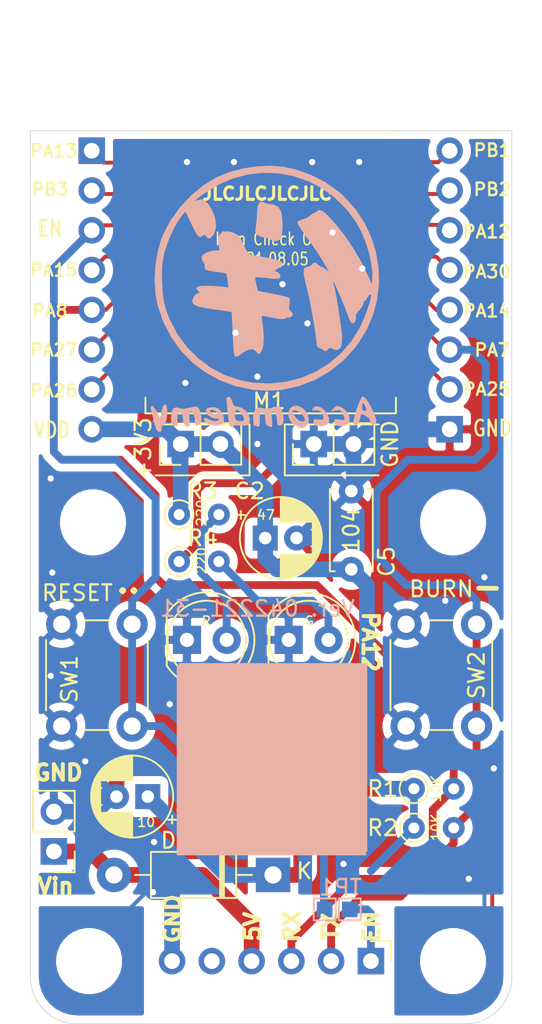
<source format=kicad_pcb>
(kicad_pcb (version 20171130) (host pcbnew "(5.1.10-1-10_14)")
  (layers (0 F.Cu signal) (31 B.Cu signal) (34 B.Paste user) (35 F.Paste user) (36 B.SilkS user) (37 F.SilkS user) (38 B.Mask user) (39 F.Mask user) (44 Edge.Cuts user))
  (net 0 "")
  (net 1 "Net-(J1-Pad7)")
  (net 2 "Net-(J1-Pad6)")
  (net 3 "Net-(J1-Pad4)")
  (net 4 "Net-(J1-Pad2)")
  (net 5 "Net-(J1-Pad1)")
  (net 6 "Net-(J2-Pad8)")
  (net 7 "Net-(J2-Pad7)")
  (net 8 "Net-(J2-Pad5)")
  (net 9 "Net-(J2-Pad4)")
  (net 10 "Net-(J2-Pad2)")
  (net 11 "Net-(C1-Pad1)")
  (net 12 /GND)
  (net 13 /VDD33)
  (net 14 /LOG_RX)
  (net 15 /LOG_TX)
  (net 16 "Net-(D1-Pad2)")
  (net 17 "Net-(D3-Pad2)")
  (net 18 /EN)
  (net 19 /PA12)
  (net 20 /VIN)
  (net 21 "Net-(J9-Pad5)")
  (net 22 "Net-(J9-Pad1)")
  (module TestPoint:TestPoint_Pad_1.0x1.0mm (layer B.Cu) (at 138.4 129.7)
    (fp_text reference TP2)
    (fp_text value TestPoint)
    (pad 1 smd rect (at 0 0) (size 1 1) (layers B.Cu B.Mask) (net 22 "Net-(J9-Pad1)"))
  )
  (module TestPoint:TestPoint_Pad_1.0x1.0mm (layer B.Cu) (at 136.8 129.7)
    (fp_text reference TP1 (at 1 -1.4) (layer B.SilkS) (effects (justify mirror)))
    (fp_text value TestPoint)
    (pad 1 smd rect (at 0 0) (size 1 1) (layers B.Cu B.Mask) (net 18 /EN))
  )
  (module bw16:accomdemy (layer B.Cu) (at 133 90.7 180)
    (fp_text reference G1 hide)
    (fp_text value LOGO hide)
  )
  (module pcb:Untitled (layer B.Cu) (at 133.5 120)
    (fp_text reference G2 hide)
    (fp_text value qrcode hide)
  )
  (module Capacitor_THT:C_Disc_D5.0mm_W2.5mm_P5.00mm (layer F.Cu) (at 138.5 108 90)
    (fp_text reference C5 (at 0.5 2.25 90) (layer F.SilkS))
    (fp_text value 100n)
    (fp_text user 104 (at 2.5 0 90) (layer F.SilkS))
    (pad 2 thru_hole circle (at 5 0 90) (size 1.6 1.6) (drill 0.8) (layers *.Cu *.Mask) (net 12 /GND))
    (pad 1 thru_hole circle (at 0 0 90) (size 1.6 1.6) (drill 0.8) (layers *.Cu *.Mask) (net 13 /VDD33))
  )
  (module Resistor_THT:R_Axial_DIN0204_L3.6mm_D1.6mm_P2.54mm_Vertical (layer F.Cu) (at 142.5 124.5)
    (fp_text reference R2 (at -2 0) (layer F.SilkS))
    (fp_text value 10k)
    (pad 2 thru_hole oval (at 2.54 0) (size 1.4 1.4) (drill 0.7) (layers *.Cu *.Mask) (net 15 /LOG_TX))
    (pad 1 thru_hole circle (at 0 0) (size 1.4 1.4) (drill 0.7) (layers *.Cu *.Mask) (net 13 /VDD33))
  )
  (module Resistor_THT:R_Axial_DIN0204_L3.6mm_D1.6mm_P2.54mm_Vertical (layer F.Cu) (at 142.5 122)
    (fp_text reference R1 (at -2 0) (layer F.SilkS))
    (fp_text value 10k)
    (pad 2 thru_hole oval (at 2.54 0) (size 1.4 1.4) (drill 0.7) (layers *.Cu *.Mask) (net 14 /LOG_RX))
    (pad 1 thru_hole circle (at 0 0) (size 1.4 1.4) (drill 0.7) (layers *.Cu *.Mask) (net 13 /VDD33))
  )
  (module Resistor_THT:R_Axial_DIN0204_L3.6mm_D1.6mm_P2.54mm_Vertical (layer F.Cu) (at 127.5 104.5)
    (fp_text reference R3 (at 1.5 -1.5) (layer F.SilkS))
    (fp_text value 220)
    (pad 2 thru_hole oval (at 2.54 0) (size 1.4 1.4) (drill 0.7) (layers *.Cu *.Mask) (net 16 "Net-(D1-Pad2)"))
    (pad 1 thru_hole circle (at 0 0) (size 1.4 1.4) (drill 0.7) (layers *.Cu *.Mask) (net 13 /VDD33))
  )
  (module Resistor_THT:R_Axial_DIN0204_L3.6mm_D1.6mm_P2.54mm_Vertical (layer F.Cu) (at 127.5 107.5)
    (fp_text reference R4 (at 1.5 -1.5) (layer F.SilkS))
    (fp_text value 220)
    (pad 2 thru_hole oval (at 2.54 0) (size 1.4 1.4) (drill 0.7) (layers *.Cu *.Mask) (net 17 "Net-(D3-Pad2)"))
    (pad 1 thru_hole circle (at 0 0) (size 1.4 1.4) (drill 0.7) (layers *.Cu *.Mask) (net 19 /PA12))
  )
  (module Connector_PinHeader_2.54mm:PinHeader_1x08_P2.54mm_Vertical (layer F.Cu) (at 121.92 81.28)
    (fp_text reference J1)
    (fp_text value Conn_01x08_Male)
    (pad 8 thru_hole oval (at 0 17.78) (size 1.7 1.7) (drill 1) (layers *.Cu *.Mask) (net 13 /VDD33))
    (pad 7 thru_hole oval (at 0 15.24) (size 1.7 1.7) (drill 1) (layers *.Cu *.Mask) (net 1 "Net-(J1-Pad7)"))
    (pad 6 thru_hole oval (at 0 12.7) (size 1.7 1.7) (drill 1) (layers *.Cu *.Mask) (net 2 "Net-(J1-Pad6)"))
    (pad 5 thru_hole oval (at 0 10.16) (size 1.7 1.7) (drill 1) (layers *.Cu *.Mask) (net 14 /LOG_RX))
    (pad 4 thru_hole oval (at 0 7.62) (size 1.7 1.7) (drill 1) (layers *.Cu *.Mask) (net 3 "Net-(J1-Pad4)"))
    (pad 3 thru_hole oval (at 0 5.08) (size 1.7 1.7) (drill 1) (layers *.Cu *.Mask) (net 18 /EN))
    (pad 2 thru_hole oval (at 0 2.54) (size 1.7 1.7) (drill 1) (layers *.Cu *.Mask) (net 4 "Net-(J1-Pad2)"))
    (pad 1 thru_hole rect (at 0 0) (size 1.7 1.7) (drill 1) (layers *.Cu *.Mask) (net 5 "Net-(J1-Pad1)"))
  )
  (module Connector_PinHeader_2.54mm:PinHeader_1x08_P2.54mm_Vertical (layer F.Cu) (at 144.78 99.06 180)
    (fp_text reference J2)
    (fp_text value Conn_01x08_Male)
    (pad 8 thru_hole oval (at 0 17.78 180) (size 1.7 1.7) (drill 1) (layers *.Cu *.Mask) (net 6 "Net-(J2-Pad8)"))
    (pad 7 thru_hole oval (at 0 15.24 180) (size 1.7 1.7) (drill 1) (layers *.Cu *.Mask) (net 7 "Net-(J2-Pad7)"))
    (pad 6 thru_hole oval (at 0 12.7 180) (size 1.7 1.7) (drill 1) (layers *.Cu *.Mask) (net 19 /PA12))
    (pad 5 thru_hole oval (at 0 10.16 180) (size 1.7 1.7) (drill 1) (layers *.Cu *.Mask) (net 8 "Net-(J2-Pad5)"))
    (pad 4 thru_hole oval (at 0 7.62 180) (size 1.7 1.7) (drill 1) (layers *.Cu *.Mask) (net 9 "Net-(J2-Pad4)"))
    (pad 3 thru_hole oval (at 0 5.08 180) (size 1.7 1.7) (drill 1) (layers *.Cu *.Mask) (net 15 /LOG_TX))
    (pad 2 thru_hole oval (at 0 2.54 180) (size 1.7 1.7) (drill 1) (layers *.Cu *.Mask) (net 10 "Net-(J2-Pad2)"))
    (pad 1 thru_hole rect (at 0 0 180) (size 1.7 1.7) (drill 1) (layers *.Cu *.Mask) (net 12 /GND))
  )
  (module bw16:BW16 (layer F.Cu) (at 125.349 98.044)
    (fp_text reference M1 (at 7.8994 -0.7874) (layer F.SilkS))
    (fp_text value BW16)
    (pad 15 smd rect (at 16 -14) (size 2 0.9) (layers F.Cu F.Paste F.Mask) (net 7 "Net-(J2-Pad7)"))
    (pad 12 smd rect (at 16 -8) (size 2 0.9) (layers F.Cu F.Paste F.Mask) (net 9 "Net-(J2-Pad4)"))
    (pad 16 smd rect (at 16 -16) (size 2 0.9) (layers F.Cu F.Paste F.Mask) (net 6 "Net-(J2-Pad8)"))
    (pad 13 smd rect (at 16 -10) (size 2 0.9) (layers F.Cu F.Paste F.Mask) (net 8 "Net-(J2-Pad5)"))
    (pad 14 smd rect (at 16 -12) (size 2 0.9) (layers F.Cu F.Paste F.Mask) (net 19 /PA12))
    (pad 10 smd rect (at 16 -4) (size 2 0.9) (layers F.Cu F.Paste F.Mask) (net 10 "Net-(J2-Pad2)"))
    (pad 11 smd rect (at 16 -6) (size 2 0.9) (layers F.Cu F.Paste F.Mask) (net 15 /LOG_TX))
    (pad 9 smd rect (at 16 -2) (size 2 0.9) (layers F.Cu F.Paste F.Mask) (net 12 /GND))
    (pad 8 smd rect (at 0 -2) (size 2 0.9) (layers F.Cu F.Paste F.Mask) (net 13 /VDD33))
    (pad 7 smd rect (at 0 -4) (size 2 0.9) (layers F.Cu F.Paste F.Mask) (net 1 "Net-(J1-Pad7)"))
    (pad 6 smd rect (at 0 -6) (size 2 0.9) (layers F.Cu F.Paste F.Mask) (net 2 "Net-(J1-Pad6)"))
    (pad 5 smd rect (at 0 -8) (size 2 0.9) (layers F.Cu F.Paste F.Mask) (net 14 /LOG_RX))
    (pad 4 smd rect (at 0 -10) (size 2 0.9) (layers F.Cu F.Paste F.Mask) (net 3 "Net-(J1-Pad4)"))
    (pad 3 smd rect (at 0 -12) (size 2 0.9) (layers F.Cu F.Paste F.Mask) (net 18 /EN))
    (pad 2 smd rect (at 0 -14) (size 2 0.9) (layers F.Cu F.Paste F.Mask) (net 4 "Net-(J1-Pad2)"))
    (pad 1 smd rect (at 0 -16) (size 2 0.9) (layers F.Cu F.Paste F.Mask) (net 5 "Net-(J1-Pad1)"))
  )
  (module Connector_PinHeader_2.54mm:PinHeader_1x06_P2.54mm_Horizontal (layer F.Cu) (at 139.75 133 270)
    (fp_text reference J9)
    (fp_text value Conn_01x06_Male)
    (pad 6 thru_hole oval (at 0 12.7 270) (size 1.7 1.7) (drill 1) (layers *.Cu *.Mask) (net 12 /GND))
    (pad 5 thru_hole oval (at 0 10.16 270) (size 1.7 1.7) (drill 1) (layers *.Cu *.Mask) (net 21 "Net-(J9-Pad5)"))
    (pad 4 thru_hole oval (at 0 7.62 270) (size 1.7 1.7) (drill 1) (layers *.Cu *.Mask) (net 20 /VIN))
    (pad 3 thru_hole oval (at 0 5.08 270) (size 1.7 1.7) (drill 1) (layers *.Cu *.Mask) (net 14 /LOG_RX))
    (pad 2 thru_hole oval (at 0 2.54 270) (size 1.7 1.7) (drill 1) (layers *.Cu *.Mask) (net 15 /LOG_TX))
    (pad 1 thru_hole rect (at 0 0 270) (size 1.7 1.7) (drill 1) (layers *.Cu *.Mask) (net 22 "Net-(J9-Pad1)"))
  )
  (module LED_THT:LED_D5.0mm_FlatTop (layer F.Cu) (at 128 112.5)
    (fp_text reference D1 (at 1.3 3.75) (layer F.SilkS))
    (fp_text value RED)
    (pad 2 thru_hole circle (at 2.54 0) (size 1.8 1.8) (drill 0.9) (layers *.Cu *.Mask) (net 16 "Net-(D1-Pad2)"))
    (pad 1 thru_hole rect (at 0 0) (size 1.8 1.8) (drill 0.9) (layers *.Cu *.Mask) (net 12 /GND))
  )
  (module LED_THT:LED_D5.0mm_Clear (layer F.Cu) (at 134.5 112.5)
    (fp_text reference D3 (at 1.3 3.75) (layer F.SilkS))
    (fp_text value GREEN)
    (pad 2 thru_hole circle (at 2.54 0) (size 1.8 1.8) (drill 0.9) (layers *.Cu *.Mask) (net 17 "Net-(D3-Pad2)"))
    (pad 1 thru_hole rect (at 0 0) (size 1.8 1.8) (drill 0.9) (layers *.Cu *.Mask) (net 12 /GND))
  )
  (module Diode_THT:D_DO-41_SOD81_P10.16mm_Horizontal (layer F.Cu) (at 133.5 127.5 180)
    (fp_text reference D2 (at 6.2 2.2) (layer F.SilkS))
    (fp_text value 1N5819)
    (fp_text user K (at -2 0.25) (layer F.SilkS))
    (pad 2 thru_hole oval (at 10.16 0 180) (size 2.2 2.2) (drill 1.1) (layers *.Cu *.Mask) (net 20 /VIN))
    (pad 1 thru_hole rect (at 0 0 180) (size 2.2 2.2) (drill 1.1) (layers *.Cu *.Mask) (net 11 "Net-(C1-Pad1)"))
  )
  (module MountingHole:MountingHole_3.2mm_M3 (layer F.Cu) (at 121.75 133)
    (fp_text reference H2)
    (fp_text value MountingHole)
    (pad 1 np_thru_hole circle (at 0 0) (size 3.2 3.2) (drill 3.2) (layers *.Cu *.Mask))
  )
  (module Capacitor_THT:CP_Radial_D5.0mm_P2.00mm (layer F.Cu) (at 133 106)
    (fp_text reference C2 (at -1 -3) (layer F.SilkS))
    (fp_text value 47u)
    (pad 2 thru_hole circle (at 2 0) (size 1.6 1.6) (drill 0.8) (layers *.Cu *.Mask) (net 12 /GND))
    (pad 1 thru_hole rect (at 0 0) (size 1.6 1.6) (drill 0.8) (layers *.Cu *.Mask) (net 13 /VDD33))
  )
  (module Capacitor_THT:CP_Radial_D5.0mm_P2.00mm (layer F.Cu) (at 125.5 122.5 180)
    (fp_text reference C1 (at -2.7 -0.9) (layer F.SilkS))
    (fp_text value 10u)
    (pad 2 thru_hole circle (at 2 0 180) (size 1.6 1.6) (drill 0.8) (layers *.Cu *.Mask) (net 12 /GND))
    (pad 1 thru_hole rect (at 0 0 180) (size 1.6 1.6) (drill 0.8) (layers *.Cu *.Mask) (net 11 "Net-(C1-Pad1)"))
  )
  (module Connector_PinHeader_2.54mm:PinHeader_1x02_P2.54mm_Vertical (layer F.Cu) (at 119.5 126 180)
    (fp_text reference J8)
    (fp_text value VIN)
    (pad 2 thru_hole oval (at 0 2.54 180) (size 1.7 1.7) (drill 1) (layers *.Cu *.Mask) (net 12 /GND))
    (pad 1 thru_hole rect (at 0 0 180) (size 1.7 1.7) (drill 1) (layers *.Cu *.Mask) (net 20 /VIN))
  )
  (module Connector_PinHeader_2.54mm:PinHeader_1x02_P2.54mm_Vertical (layer F.Cu) (at 136.1 100 90)
    (fp_text reference J7)
    (fp_text value GND (at 0 4.87 90) (layer F.SilkS))
    (pad 2 thru_hole oval (at 0 2.54 90) (size 1.7 1.7) (drill 1) (layers *.Cu *.Mask) (net 12 /GND))
    (pad 1 thru_hole rect (at 0 0 90) (size 1.7 1.7) (drill 1) (layers *.Cu *.Mask) (net 12 /GND))
  )
  (module Connector_PinHeader_2.54mm:PinHeader_1x02_P2.54mm_Vertical (layer F.Cu) (at 127.6 100 90)
    (fp_text reference J6)
    (fp_text value +3V3 (at -0.3 -2.4 90) (layer F.SilkS))
    (pad 2 thru_hole oval (at 0 2.54 90) (size 1.7 1.7) (drill 1) (layers *.Cu *.Mask) (net 13 /VDD33))
    (pad 1 thru_hole rect (at 0 0 90) (size 1.7 1.7) (drill 1) (layers *.Cu *.Mask) (net 13 /VDD33))
  )
  (module Button_Switch_THT:SW_PUSH_6mm_H5mm (layer F.Cu) (at 142 118 90)
    (fp_text reference SW2 (at 3.25 4.5 90) (layer F.SilkS))
    (fp_text value BURN (at 8.75 2.25 180) (layer F.SilkS))
    (pad 1 thru_hole circle (at 6.5 0 180) (size 2 2) (drill 1.1) (layers *.Cu *.Mask) (net 12 /GND))
    (pad 2 thru_hole circle (at 6.5 4.5 180) (size 2 2) (drill 1.1) (layers *.Cu *.Mask) (net 15 /LOG_TX))
    (pad 1 thru_hole circle (at 0 0 180) (size 2 2) (drill 1.1) (layers *.Cu *.Mask) (net 12 /GND))
    (pad 2 thru_hole circle (at 0 4.5 180) (size 2 2) (drill 1.1) (layers *.Cu *.Mask) (net 15 /LOG_TX))
  )
  (module Button_Switch_THT:SW_PUSH_6mm_H5mm (layer F.Cu) (at 120 118 90)
    (fp_text reference SW1 (at 3 0.5 90) (layer F.SilkS))
    (fp_text value RESET (at 8.5 1 180) (layer F.SilkS))
    (pad 1 thru_hole circle (at 6.5 0 180) (size 2 2) (drill 1.1) (layers *.Cu *.Mask) (net 12 /GND))
    (pad 2 thru_hole circle (at 6.5 4.5 180) (size 2 2) (drill 1.1) (layers *.Cu *.Mask) (net 18 /EN))
    (pad 1 thru_hole circle (at 0 0 180) (size 2 2) (drill 1.1) (layers *.Cu *.Mask) (net 12 /GND))
    (pad 2 thru_hole circle (at 0 4.5 180) (size 2 2) (drill 1.1) (layers *.Cu *.Mask) (net 18 /EN))
  )
  (module Package_TO_SOT_SMD:SOT-223-3_TabPin2 (layer F.Cu) (at 133 121.5 90)
    (fp_text reference U1 (at 1.4 -4.3 90) (layer F.SilkS))
    (fp_text value AP1117-33)
    (pad 1 smd rect (at -3.15 -2.3 90) (size 2 1.5) (layers F.Cu F.Paste F.Mask) (net 12 /GND))
    (pad 3 smd rect (at -3.15 2.3 90) (size 2 1.5) (layers F.Cu F.Paste F.Mask) (net 11 "Net-(C1-Pad1)"))
    (pad 2 smd rect (at -3.15 0 90) (size 2 1.5) (layers F.Cu F.Paste F.Mask) (net 13 /VDD33))
    (pad 2 smd rect (at 3.15 0 90) (size 2 3.8) (layers F.Cu F.Paste F.Mask) (net 13 /VDD33))
  )
  (module MountingHole:MountingHole_3.2mm_M3 (layer F.Cu) (at 145 133)
    (fp_text reference H4)
    (fp_text value MountingHole)
    (pad 1 np_thru_hole circle (at 0 0) (size 3.2 3.2) (drill 3.2) (layers *.Cu *.Mask))
  )
  (module MountingHole:MountingHole_3.2mm_M3 (layer F.Cu) (at 145 105)
    (fp_text reference H3)
    (fp_text value MountingHole)
    (pad 1 np_thru_hole circle (at 0 0) (size 3.2 3.2) (drill 3.2) (layers *.Cu *.Mask))
  )
  (module MountingHole:MountingHole_3.2mm_M3 (layer F.Cu) (at 122 105)
    (fp_text reference H1)
    (fp_text value MountingHole)
    (pad 1 np_thru_hole circle (at 0 0) (size 3.2 3.2) (drill 3.2) (layers *.Cu *.Mask))
  )
  (gr_poly (pts (xy 139.4 126.2) (xy 127.4 126.2) (xy 127.4 114.2) (xy 139.4 114.2)) (layer B.SilkS) (width 0.1))
  (gr_text "Ham Check OK\n2021.08.05" (at 133.1976 87.5538) (layer F.SilkS) (effects (font (size 0.8 0.6) (thickness 0.1))))
  (gr_text 10 (at 125.3998 124.1298) (layer F.SilkS) (effects (font (size 0.6 0.6) (thickness 0.1))))
  (gr_text 47 (at 133.0452 104.521) (layer F.SilkS) (effects (font (size 0.6 0.6) (thickness 0.1))))
  (gr_text G (at 135.8138 111.3028) (layer F.SilkS) (effects (font (size 0.6 0.6) (thickness 0.1))))
  (gr_text R (at 129.2352 111.3028) (layer F.SilkS) (effects (font (size 0.6 0.6) (thickness 0.1))))
  (gr_text 10K (at 143.9164 124.46 90) (layer F.SilkS) (effects (font (size 0.6 0.6) (thickness 0.1))))
  (gr_text 10K (at 143.9164 121.9962 90) (layer F.SilkS) (effects (font (size 0.6 0.6) (thickness 0.1))))
  (gr_text 220 (at 128.9304 104.394 90) (layer F.SilkS) (effects (font (size 0.6 0.6) (thickness 0.1))))
  (gr_text 220 (at 128.9304 107.442 90) (layer F.SilkS) (effects (font (size 0.6 0.6) (thickness 0.1))))
  (gr_text JLCJLCJLCJLC (at 133.1214 84.0232) (layer F.SilkS) (effects (font (size 0.8 0.8) (thickness 0.2))))
  (gr_line (start 134.25 98.75) (end 140.25 98.75) (layer F.SilkS) (width 0.12))
  (gr_line (start 134.25 102) (end 134.25 98.75) (layer F.SilkS) (width 0.12))
  (gr_line (start 140.25 102) (end 134.25 102) (layer F.SilkS) (width 0.12))
  (gr_line (start 132 98.75) (end 126 98.75) (layer F.SilkS) (width 0.12))
  (gr_line (start 132 102) (end 132 98.75) (layer F.SilkS) (width 0.12))
  (gr_line (start 126 102) (end 132 102) (layer F.SilkS) (width 0.12))
  (gr_text 5V (at 132.2 130.8 90) (layer F.SilkS) (effects (font (size 1 1) (thickness 0.25))))
  (gr_text EN (at 139.8 130.8 90) (layer F.SilkS) (effects (font (size 1 1) (thickness 0.25))))
  (gr_text - (at 147.2 109.1) (layer F.SilkS) (effects (font (size 1.5 1.5) (thickness 0.3))))
  (gr_text .. (at 124.25 108.75) (layer F.SilkS) (effects (font (size 1.5 1.5) (thickness 0.3))))
  (gr_text GND (at 147.5 99) (layer F.SilkS) (effects (font (size 1 0.8) (thickness 0.153))))
  (gr_text PA25 (at 147.15 96.5) (layer F.SilkS) (effects (font (size 0.8 0.8) (thickness 0.153))))
  (gr_text PA7 (at 147.5 94) (layer F.SilkS) (effects (font (size 0.8 0.8) (thickness 0.153))))
  (gr_text PA14 (at 147.15 91.5) (layer F.SilkS) (effects (font (size 0.8 0.8) (thickness 0.153))))
  (gr_text PA30 (at 147.15 89) (layer F.SilkS) (effects (font (size 0.8 0.8) (thickness 0.153))))
  (gr_text PA12 (at 147.15 86.45) (layer F.SilkS) (effects (font (size 0.8 0.8) (thickness 0.153))))
  (gr_text PB2 (at 147.5 83.75) (layer F.SilkS) (effects (font (size 0.8 0.8) (thickness 0.153))))
  (gr_text PB1 (at 147.5 81.25) (layer F.SilkS) (effects (font (size 0.8 0.8) (thickness 0.153))))
  (gr_text VDD (at 119.38 99.1108) (layer F.SilkS) (effects (font (size 1 0.8) (thickness 0.153))))
  (gr_text PA26 (at 119.5 96.6) (layer F.SilkS) (effects (font (size 0.8 0.8) (thickness 0.153))))
  (gr_text PA27 (at 119.5 94) (layer F.SilkS) (effects (font (size 0.8 0.8) (thickness 0.153))))
  (gr_text PA8 (at 119.25 91.5) (layer F.SilkS) (effects (font (size 0.8 0.8) (thickness 0.153))))
  (gr_text PA15 (at 119.5 88.9) (layer F.SilkS) (effects (font (size 0.8 0.8) (thickness 0.153))))
  (gr_text EN (at 119.25 86.25) (layer F.SilkS) (effects (font (size 1 0.8) (thickness 0.153))))
  (gr_text PB3 (at 119.25 83.75) (layer F.SilkS) (effects (font (size 0.8 0.8) (thickness 0.153))))
  (gr_text PA13 (at 119.5 81.3) (layer F.SilkS) (effects (font (size 0.8 0.8) (thickness 0.153))))
  (gr_text PA12 (at 139.7254 112.6236 270) (layer F.SilkS) (effects (font (size 1 1) (thickness 0.25))))
  (gr_text Vin (at 119.6086 128.2192) (layer F.SilkS) (effects (font (size 1 1) (thickness 0.25))))
  (gr_text GND (at 119.7864 120.9802) (layer F.SilkS) (effects (font (size 1 1) (thickness 0.25))))
  (gr_text GND (at 127.1 130.3 90) (layer F.SilkS) (effects (font (size 1 1) (thickness 0.25))))
  (gr_text RX (at 134.7 130.8 90) (layer F.SilkS) (effects (font (size 1 1) (thickness 0.25))))
  (gr_text TX (at 137.2 130.8 90) (layer F.SilkS) (effects (font (size 1 1) (thickness 0.25))))
  (gr_text "Ver. 042221-31" (at 132.5 110.5) (layer B.SilkS) (effects (font (size 1 1)) (justify mirror)))
  (gr_arc (start 145.75 134) (end 145.75 137) (angle -90) (layer Edge.Cuts) (width 0.05))
  (gr_arc (start 121 134) (end 118 134) (angle -90) (layer Edge.Cuts) (width 0.05))
  (gr_line (start 118 134) (end 118 80) (layer Edge.Cuts) (width 0.05))
  (gr_line (start 145.75 137) (end 121 137) (layer Edge.Cuts) (width 0.05))
  (gr_line (start 148.75 80) (end 148.75 134) (layer Edge.Cuts) (width 0.05))
  (gr_line (start 118 80) (end 148.75 80) (layer Edge.Cuts) (width 0.05))
  (segment (start 121.92 96.473) (end 121.92 96.52) (width 0.25) (layer F.Cu) (net 1))
  (segment (start 124.349 94.044) (end 121.92 96.473) (width 0.25) (layer F.Cu) (net 1))
  (segment (start 125.349 94.044) (end 124.349 94.044) (width 0.25) (layer F.Cu) (net 1))
  (segment (start 123.856 92.044) (end 123.45 92.45) (width 0.25) (layer F.Cu) (net 2))
  (segment (start 125.349 92.044) (end 123.856 92.044) (width 0.25) (layer F.Cu) (net 2))
  (segment (start 123.45 92.45) (end 121.92 93.98) (width 0.25) (layer F.Cu) (net 2))
  (segment (start 122.778 88.042) (end 121.92 88.9) (width 0.25) (layer F.Cu) (net 3))
  (segment (start 125.349 88.044) (end 123.544 88.044) (width 0.25) (layer F.Cu) (net 3))
  (segment (start 123.544 88.044) (end 123.542 88.042) (width 0.25) (layer F.Cu) (net 3))
  (segment (start 123.542 88.042) (end 122.778 88.042) (width 0.25) (layer F.Cu) (net 3))
  (segment (start 124.206 88.042) (end 123.542 88.042) (width 0.25) (layer F.Cu) (net 3))
  (segment (start 121.92 83.82) (end 122.428 83.82) (width 0.5) (layer F.Cu) (net 4))
  (segment (start 122.142 84.042) (end 121.92 83.82) (width 0.25) (layer F.Cu) (net 4))
  (segment (start 123.542 84.042) (end 122.142 84.042) (width 0.25) (layer F.Cu) (net 4))
  (segment (start 123.544 84.044) (end 123.542 84.042) (width 0.25) (layer F.Cu) (net 4))
  (segment (start 125.349 84.044) (end 123.544 84.044) (width 0.25) (layer F.Cu) (net 4))
  (segment (start 124.206 84.042) (end 123.542 84.042) (width 0.25) (layer F.Cu) (net 4))
  (segment (start 122.682 82.042) (end 121.92 81.28) (width 0.25) (layer F.Cu) (net 5))
  (segment (start 124.044 82.044) (end 124.042 82.042) (width 0.25) (layer F.Cu) (net 5))
  (segment (start 125.349 82.044) (end 124.044 82.044) (width 0.25) (layer F.Cu) (net 5))
  (segment (start 124.042 82.042) (end 122.682 82.042) (width 0.25) (layer F.Cu) (net 5))
  (segment (start 124.206 82.042) (end 124.042 82.042) (width 0.25) (layer F.Cu) (net 5))
  (segment (start 144.048 82.012) (end 144.78 81.28) (width 0.25) (layer F.Cu) (net 6))
  (segment (start 143.456 82.044) (end 143.488 82.012) (width 0.25) (layer F.Cu) (net 6))
  (segment (start 141.349 82.044) (end 143.456 82.044) (width 0.25) (layer F.Cu) (net 6))
  (segment (start 143.488 82.012) (end 144.048 82.012) (width 0.25) (layer F.Cu) (net 6))
  (segment (start 142.494 82.012) (end 143.488 82.012) (width 0.25) (layer F.Cu) (net 6))
  (segment (start 144.556 84.044) (end 144.78 83.82) (width 0.25) (layer F.Cu) (net 7))
  (segment (start 141.349 84.044) (end 144.556 84.044) (width 0.25) (layer F.Cu) (net 7))
  (segment (start 143.924 88.044) (end 144.78 88.9) (width 0.25) (layer F.Cu) (net 8))
  (segment (start 141.349 88.044) (end 142.956 88.044) (width 0.25) (layer F.Cu) (net 8))
  (segment (start 142.956 88.044) (end 143 88) (width 0.25) (layer F.Cu) (net 8))
  (segment (start 143 88) (end 143.044 88.044) (width 0.25) (layer F.Cu) (net 8))
  (segment (start 143.044 88.044) (end 143.924 88.044) (width 0.25) (layer F.Cu) (net 8))
  (segment (start 143.922 91.44) (end 144.78 91.44) (width 0.25) (layer F.Cu) (net 9))
  (segment (start 142.526 90.044) (end 142.991 90.509) (width 0.25) (layer F.Cu) (net 9))
  (segment (start 141.349 90.044) (end 142.526 90.044) (width 0.25) (layer F.Cu) (net 9))
  (segment (start 142.991 90.509) (end 143.922 91.44) (width 0.25) (layer F.Cu) (net 9))
  (segment (start 142.494 90.012) (end 142.991 90.509) (width 0.25) (layer F.Cu) (net 9))
  (segment (start 142.349 94.044) (end 144.78 96.475) (width 0.25) (layer F.Cu) (net 10))
  (segment (start 144.78 96.475) (end 144.78 96.52) (width 0.25) (layer F.Cu) (net 10))
  (segment (start 141.349 94.044) (end 142.349 94.044) (width 0.25) (layer F.Cu) (net 10))
  (segment (start 130.5 127.5) (end 133.5 127.5) (width 1) (layer B.Cu) (net 11))
  (segment (start 125.5 122.5) (end 130.5 127.5) (width 1) (layer B.Cu) (net 11))
  (segment (start 135.3 124.65) (end 135.3 127.2) (width 1) (layer F.Cu) (net 11))
  (segment (start 135 127.5) (end 133.5 127.5) (width 1) (layer F.Cu) (net 11))
  (segment (start 135.3 127.2) (end 135 127.5) (width 1) (layer F.Cu) (net 11))
  (segment (start 147 128.5) (end 147 129.75) (width 0.25) (layer B.Cu) (net 12))
  (segment (start 147.5 129.75) (end 147.5 128.25) (width 0.25) (layer F.Cu) (net 12))
  (segment (start 141.381 96.012) (end 141.349 96.044) (width 1) (layer F.Cu) (net 12))
  (segment (start 142.494 96.012) (end 141.381 96.012) (width 1) (layer F.Cu) (net 12))
  (segment (start 141.349 96.044) (end 141.349 98.349) (width 1) (layer F.Cu) (net 12))
  (segment (start 142.06 99.06) (end 144.78 99.06) (width 1) (layer F.Cu) (net 12))
  (segment (start 141.349 98.349) (end 142.06 99.06) (width 1) (layer F.Cu) (net 12))
  (segment (start 119.5 123.46) (end 121.04 123.46) (width 1) (layer B.Cu) (net 12))
  (segment (start 122 122.5) (end 123.5 122.5) (width 1) (layer B.Cu) (net 12))
  (segment (start 121.04 123.46) (end 122 122.5) (width 1) (layer B.Cu) (net 12))
  (segment (start 123.5 121.36863) (end 124.36863 120.5) (width 1) (layer F.Cu) (net 12))
  (segment (start 123.5 122.5) (end 123.5 121.36863) (width 1) (layer F.Cu) (net 12))
  (segment (start 124.36863 120.5) (end 129.5 120.5) (width 1) (layer F.Cu) (net 12))
  (segment (start 130.7 121.7) (end 130.7 124.65) (width 1) (layer F.Cu) (net 12))
  (segment (start 129.5 120.5) (end 130.7 121.7) (width 1) (layer F.Cu) (net 12))
  (segment (start 135 106) (end 136 106) (width 1) (layer B.Cu) (net 12))
  (via (at 128 82) (size 0.8) (drill 0.4) (layers F.Cu B.Cu) (net 12))
  (via (at 131 82) (size 0.8) (drill 0.4) (layers F.Cu B.Cu) (net 12))
  (via (at 136 82) (size 0.8) (drill 0.4) (layers F.Cu B.Cu) (net 12))
  (via (at 139 82) (size 0.8) (drill 0.4) (layers F.Cu B.Cu) (net 12))
  (via (at 137.3 86.5) (size 0.8) (drill 0.4) (layers F.Cu B.Cu) (net 12))
  (via (at 134.1 89.8) (size 0.8) (drill 0.4) (layers F.Cu B.Cu) (net 12))
  (via (at 131.1 92.9) (size 0.8) (drill 0.4) (layers F.Cu B.Cu) (net 12))
  (via (at 127.9 96.1) (size 0.8) (drill 0.4) (layers F.Cu B.Cu) (net 12))
  (via (at 132.5 100) (size 0.8) (drill 0.4) (layers F.Cu B.Cu) (net 12))
  (via (at 132.5 95.7) (size 0.8) (drill 0.4) (layers F.Cu B.Cu) (net 12))
  (via (at 135.7 92.3) (size 0.8) (drill 0.4) (layers F.Cu B.Cu) (net 12))
  (via (at 139.2 88.8) (size 0.8) (drill 0.4) (layers F.Cu B.Cu) (net 12))
  (via (at 146 127.75) (size 0.8) (drill 0.4) (layers F.Cu B.Cu) (net 12))
  (via (at 144.5 110) (size 0.8) (drill 0.4) (layers F.Cu B.Cu) (net 12))
  (via (at 147 108.5) (size 0.8) (drill 0.4) (layers F.Cu B.Cu) (net 12))
  (via (at 121.5 120.25) (size 0.8) (drill 0.4) (layers F.Cu B.Cu) (net 12))
  (via (at 119.3 114.8) (size 0.8) (drill 0.4) (layers F.Cu B.Cu) (net 12))
  (via (at 119.4 108.2) (size 0.8) (drill 0.4) (layers F.Cu B.Cu) (net 12))
  (via (at 119.3 102.2) (size 0.8) (drill 0.4) (layers F.Cu B.Cu) (net 12))
  (via (at 138 126.8) (size 0.8) (drill 0.4) (layers F.Cu B.Cu) (net 12))
  (via (at 126.9 116.6) (size 0.8) (drill 0.4) (layers F.Cu B.Cu) (net 12))
  (via (at 125.9 125.4) (size 0.8) (drill 0.4) (layers F.Cu B.Cu) (net 12))
  (segment (start 144.78 99.06) (end 139.98 99.06) (width 1) (layer B.Cu) (net 12))
  (segment (start 138.5 100.54) (end 138.64 100.4) (width 1) (layer B.Cu) (net 12))
  (via (at 147.6 120.7) (size 0.8) (drill 0.4) (layers F.Cu B.Cu) (net 12))
  (segment (start 136.1 100) (end 138.64 100) (width 1) (layer B.Cu) (net 12))
  (segment (start 139.58 99.06) (end 139.98 99.06) (width 1) (layer B.Cu) (net 12))
  (segment (start 138.64 100) (end 139.58 99.06) (width 1) (layer B.Cu) (net 12))
  (segment (start 138.64 100) (end 138.64 100.4) (width 1) (layer B.Cu) (net 12))
  (segment (start 138.64 102.86) (end 138.5 103) (width 1) (layer B.Cu) (net 12))
  (segment (start 138.64 100) (end 138.64 102.86) (width 1) (layer B.Cu) (net 12))
  (via (at 125.836174 128.60001) (size 0.8) (drill 0.4) (layers F.Cu B.Cu) (net 12))
  (segment (start 125.39999 128.60001) (end 125.836174 128.60001) (width 0.25) (layer F.Cu) (net 12))
  (segment (start 124 130) (end 125.39999 128.60001) (width 0.25) (layer B.Cu) (net 12))
  (segment (start 124 130) (end 125.39999 128.60001) (width 0.25) (layer F.Cu) (net 12))
  (segment (start 125.39999 128.60001) (end 125.836174 128.60001) (width 0.25) (layer B.Cu) (net 12))
  (segment (start 126.90001 128.60001) (end 125.836174 128.60001) (width 1) (layer B.Cu) (net 12))
  (segment (start 127.05 128.75) (end 126.90001 128.60001) (width 1) (layer B.Cu) (net 12))
  (segment (start 127.05 133) (end 127.05 128.75) (width 1) (layer B.Cu) (net 12))
  (segment (start 125.347 96.042) (end 125.349 96.044) (width 1) (layer F.Cu) (net 13))
  (segment (start 124.206 96.042) (end 125.347 96.042) (width 1) (layer F.Cu) (net 13))
  (segment (start 125.349 96.044) (end 125.349 98.651) (width 1) (layer F.Cu) (net 13))
  (segment (start 124.94 99.06) (end 121.92 99.06) (width 1) (layer F.Cu) (net 13))
  (segment (start 125.349 98.651) (end 124.94 99.06) (width 1) (layer F.Cu) (net 13))
  (segment (start 133 124.65) (end 133 118.35) (width 1) (layer F.Cu) (net 13))
  (segment (start 127.5 104.5) (end 127.5 101) (width 0.5) (layer B.Cu) (net 13))
  (segment (start 133 103) (end 133 106) (width 1) (layer B.Cu) (net 13))
  (segment (start 130.14 100.4) (end 130.4 100.4) (width 1) (layer B.Cu) (net 13))
  (segment (start 136.05 118.35) (end 133 118.35) (width 1) (layer F.Cu) (net 13))
  (segment (start 139.7 122) (end 136.05 118.35) (width 1) (layer F.Cu) (net 13))
  (segment (start 142.5 122) (end 139.7 122) (width 1) (layer F.Cu) (net 13))
  (segment (start 142.5 122) (end 142.5 124.5) (width 0.5) (layer B.Cu) (net 13))
  (segment (start 140.875 126.125) (end 142.5 124.5) (width 0.5) (layer B.Cu) (net 13))
  (segment (start 139.75 127.25) (end 140.875 126.125) (width 0.5) (layer B.Cu) (net 13))
  (segment (start 139.5 109) (end 138.5 108) (width 1) (layer B.Cu) (net 13))
  (segment (start 139.5 121) (end 139.5 109) (width 1) (layer B.Cu) (net 13))
  (segment (start 140.5 122) (end 139.5 121) (width 1) (layer B.Cu) (net 13))
  (segment (start 142.5 122) (end 140.5 122) (width 1) (layer B.Cu) (net 13))
  (segment (start 133 107.25) (end 133 106) (width 1) (layer B.Cu) (net 13))
  (segment (start 133.75 108) (end 133 107.25) (width 1) (layer B.Cu) (net 13))
  (segment (start 138.5 108) (end 133.75 108) (width 1) (layer B.Cu) (net 13))
  (segment (start 126.66 99.06) (end 127.6 100) (width 1) (layer B.Cu) (net 13))
  (segment (start 121.92 99.06) (end 126.66 99.06) (width 1) (layer B.Cu) (net 13))
  (segment (start 127.6 100) (end 130.14 100) (width 1) (layer B.Cu) (net 13))
  (segment (start 133 102.86) (end 133 103) (width 1) (layer B.Cu) (net 13))
  (segment (start 130.14 100) (end 133 102.86) (width 1) (layer B.Cu) (net 13))
  (segment (start 127.6 100.9) (end 127.5 101) (width 1) (layer B.Cu) (net 13))
  (segment (start 127.6 100) (end 127.6 100.9) (width 1) (layer B.Cu) (net 13))
  (segment (start 127.6 104.4) (end 127.5 104.5) (width 1) (layer B.Cu) (net 13))
  (segment (start 127.6 100) (end 127.6 104.4) (width 1) (layer B.Cu) (net 13))
  (segment (start 122.808 91.44) (end 121.92 91.44) (width 0.25) (layer F.Cu) (net 14))
  (segment (start 124.204 90.044) (end 123.874 90.374) (width 0.25) (layer F.Cu) (net 14))
  (segment (start 125.349 90.044) (end 124.204 90.044) (width 0.25) (layer F.Cu) (net 14))
  (segment (start 123.874 90.374) (end 122.808 91.44) (width 0.25) (layer F.Cu) (net 14))
  (segment (start 124.206 90.042) (end 123.874 90.374) (width 0.25) (layer F.Cu) (net 14))
  (segment (start 119.5 92) (end 120.06 91.44) (width 0.5) (layer F.Cu) (net 14))
  (segment (start 126 103.25) (end 123.75 101) (width 0.5) (layer F.Cu) (net 14))
  (segment (start 119.5 100.5) (end 119.5 92) (width 0.5) (layer F.Cu) (net 14))
  (segment (start 123.75 101) (end 120 101) (width 0.5) (layer F.Cu) (net 14))
  (segment (start 145.04 122) (end 145.04 120.04) (width 0.5) (layer F.Cu) (net 14))
  (segment (start 126 108.5) (end 126 103.25) (width 0.5) (layer F.Cu) (net 14))
  (segment (start 136.3 109) (end 126.5 109) (width 0.5) (layer F.Cu) (net 14))
  (segment (start 144 116.7) (end 136.3 109) (width 0.5) (layer F.Cu) (net 14))
  (segment (start 144 119) (end 144 116.7) (width 0.5) (layer F.Cu) (net 14))
  (segment (start 120.06 91.44) (end 121.92 91.44) (width 0.5) (layer F.Cu) (net 14))
  (segment (start 126.5 109) (end 126 108.5) (width 0.5) (layer F.Cu) (net 14))
  (segment (start 145.04 120.04) (end 144 119) (width 0.5) (layer F.Cu) (net 14))
  (segment (start 120 101) (end 119.5 100.5) (width 0.5) (layer F.Cu) (net 14))
  (segment (start 143.701001 123.338999) (end 145.04 122) (width 0.5) (layer F.Cu) (net 14))
  (segment (start 134.67 133) (end 134.67 131.73) (width 0.5) (layer F.Cu) (net 14))
  (segment (start 143.701001 125.598999) (end 143.701001 123.338999) (width 0.5) (layer F.Cu) (net 14))
  (segment (start 141.55 127.75) (end 143.701001 125.598999) (width 0.5) (layer F.Cu) (net 14))
  (segment (start 138.65 127.75) (end 141.55 127.75) (width 0.5) (layer F.Cu) (net 14))
  (segment (start 134.67 131.73) (end 138.65 127.75) (width 0.5) (layer F.Cu) (net 14))
  (segment (start 144.462 93.98) (end 144.78 93.98) (width 0.25) (layer F.Cu) (net 15))
  (segment (start 142.526 92.044) (end 142.991 92.509) (width 0.25) (layer F.Cu) (net 15))
  (segment (start 141.349 92.044) (end 142.526 92.044) (width 0.25) (layer F.Cu) (net 15))
  (segment (start 142.991 92.509) (end 144.462 93.98) (width 0.25) (layer F.Cu) (net 15))
  (segment (start 142.494 92.012) (end 142.991 92.509) (width 0.25) (layer F.Cu) (net 15))
  (segment (start 146.5 118) (end 146.5 111.5) (width 0.5) (layer F.Cu) (net 15))
  (segment (start 146.18 93.98) (end 144.78 93.98) (width 0.5) (layer B.Cu) (net 15))
  (segment (start 147.1 100.3) (end 147.1 94.9) (width 0.5) (layer B.Cu) (net 15))
  (segment (start 146.4 101) (end 147.1 100.3) (width 0.5) (layer B.Cu) (net 15))
  (segment (start 142.1 101) (end 146.4 101) (width 0.5) (layer B.Cu) (net 15))
  (segment (start 140.1 107.1) (end 140.1 103) (width 0.5) (layer B.Cu) (net 15))
  (segment (start 147.1 94.9) (end 146.18 93.98) (width 0.5) (layer B.Cu) (net 15))
  (segment (start 142 109) (end 140.1 107.1) (width 0.5) (layer B.Cu) (net 15))
  (segment (start 140.1 103) (end 142.1 101) (width 0.5) (layer B.Cu) (net 15))
  (segment (start 145.5 109) (end 142 109) (width 0.5) (layer B.Cu) (net 15))
  (segment (start 146.5 110) (end 145.5 109) (width 0.5) (layer B.Cu) (net 15))
  (segment (start 146.5 111.5) (end 146.5 110) (width 0.5) (layer B.Cu) (net 15))
  (segment (start 146.5 123.04) (end 145.97 123.57) (width 0.5) (layer F.Cu) (net 15))
  (segment (start 146.5 118) (end 146.5 123.04) (width 0.5) (layer F.Cu) (net 15))
  (segment (start 145.04 124.5) (end 145.97 123.57) (width 0.5) (layer F.Cu) (net 15))
  (segment (start 141.639974 128.889974) (end 145.04 125.489949) (width 0.5) (layer F.Cu) (net 15))
  (segment (start 139.110026 128.889974) (end 141.639974 128.889974) (width 0.5) (layer F.Cu) (net 15))
  (segment (start 137.21 130.79) (end 139.110026 128.889974) (width 0.5) (layer F.Cu) (net 15))
  (segment (start 145.04 125.489949) (end 145.04 124.5) (width 0.5) (layer F.Cu) (net 15))
  (segment (start 137.21 133) (end 137.21 130.79) (width 0.5) (layer F.Cu) (net 15))
  (segment (start 128.889999 108.209999) (end 128.889999 105.650001) (width 0.5) (layer B.Cu) (net 16))
  (segment (start 130.54 109.86) (end 128.889999 108.209999) (width 0.5) (layer B.Cu) (net 16))
  (segment (start 128.889999 105.650001) (end 130.04 104.5) (width 0.5) (layer B.Cu) (net 16))
  (segment (start 130.54 110.96) (end 130.54 112.5) (width 0.5) (layer B.Cu) (net 16))
  (segment (start 130.54 112) (end 130.54 110.96) (width 0.5) (layer B.Cu) (net 16))
  (segment (start 130.54 110.96) (end 130.54 109.86) (width 0.5) (layer B.Cu) (net 16))
  (segment (start 131.9 109.36) (end 130.04 107.5) (width 0.5) (layer B.Cu) (net 17))
  (segment (start 131.9 109.4) (end 131.9 109.36) (width 0.5) (layer B.Cu) (net 17))
  (segment (start 136 110) (end 132.5 110) (width 0.5) (layer B.Cu) (net 17))
  (segment (start 132.5 110) (end 131.9 109.4) (width 0.5) (layer B.Cu) (net 17))
  (segment (start 137.04 111.04) (end 136 110) (width 0.5) (layer B.Cu) (net 17))
  (segment (start 137.04 112) (end 137.04 111.04) (width 0.5) (layer B.Cu) (net 17))
  (segment (start 137.04 111.04) (end 137.04 112.5) (width 0.5) (layer B.Cu) (net 17))
  (segment (start 121.92 86.274966) (end 121.92 86.36) (width 0.5) (layer F.Cu) (net 18))
  (segment (start 122.238 86.042) (end 121.92 86.36) (width 0.25) (layer F.Cu) (net 18))
  (segment (start 125.349 86.044) (end 123.46 86.044) (width 0.25) (layer F.Cu) (net 18))
  (segment (start 123.458 86.042) (end 122.238 86.042) (width 0.25) (layer F.Cu) (net 18))
  (segment (start 123.46 86.044) (end 123.458 86.042) (width 0.25) (layer F.Cu) (net 18))
  (segment (start 124.206 86.042) (end 123.458 86.042) (width 0.25) (layer F.Cu) (net 18))
  (segment (start 121.92 86.42) (end 122 86.5) (width 0.5) (layer F.Cu) (net 18))
  (segment (start 121.92 86.36) (end 121.92 86.42) (width 0.5) (layer F.Cu) (net 18))
  (segment (start 121.92 86.36) (end 119.5 88.78) (width 0.5) (layer B.Cu) (net 18))
  (segment (start 119.5 88.78) (end 119.5 100.5) (width 0.5) (layer B.Cu) (net 18))
  (segment (start 119.5 100.5) (end 120 101) (width 0.5) (layer B.Cu) (net 18))
  (segment (start 120 101) (end 123.5 101) (width 0.5) (layer B.Cu) (net 18))
  (segment (start 123.5 101) (end 126 103.5) (width 0.5) (layer B.Cu) (net 18))
  (segment (start 126 103.5) (end 126 108.5) (width 0.5) (layer B.Cu) (net 18))
  (segment (start 124.5 110) (end 124.5 111.5) (width 0.5) (layer B.Cu) (net 18))
  (segment (start 126 108.5) (end 124.5 110) (width 0.5) (layer B.Cu) (net 18))
  (segment (start 124.5 111.5) (end 124.5 118) (width 0.5) (layer B.Cu) (net 18))
  (segment (start 136.75 129.65) (end 136.8 129.7) (width 0.5) (layer B.Cu) (net 18))
  (segment (start 134.6 120.2) (end 136.75 122.35) (width 0.5) (layer B.Cu) (net 18))
  (segment (start 136.75 122.35) (end 136.75 129.65) (width 0.5) (layer B.Cu) (net 18))
  (segment (start 128.6 120.2) (end 134.6 120.2) (width 0.5) (layer B.Cu) (net 18))
  (segment (start 126.4 118) (end 128.6 120.2) (width 0.5) (layer B.Cu) (net 18))
  (segment (start 124.5 118) (end 126.4 118) (width 0.5) (layer B.Cu) (net 18))
  (segment (start 144.432 86.012) (end 144.78 86.36) (width 0.25) (layer F.Cu) (net 19))
  (segment (start 141.349 86.044) (end 142.956 86.044) (width 0.25) (layer F.Cu) (net 19))
  (segment (start 142.956 86.044) (end 142.988 86.012) (width 0.25) (layer F.Cu) (net 19))
  (segment (start 142.988 86.012) (end 143.012 86.012) (width 0.25) (layer F.Cu) (net 19))
  (segment (start 143.012 86.012) (end 144.432 86.012) (width 0.25) (layer F.Cu) (net 19))
  (segment (start 142.494 86.012) (end 143.012 86.012) (width 0.25) (layer F.Cu) (net 19))
  (segment (start 128.3 106.7) (end 127.5 107.5) (width 0.5) (layer F.Cu) (net 19))
  (segment (start 128.650001 106.349999) (end 128.3 106.7) (width 0.5) (layer F.Cu) (net 19))
  (segment (start 128.650001 102.949999) (end 128.650001 106.349999) (width 0.5) (layer F.Cu) (net 19))
  (segment (start 133.5 101.5) (end 132.5 102.5) (width 0.5) (layer F.Cu) (net 19))
  (segment (start 133.5 92.5) (end 133.5 101.5) (width 0.5) (layer F.Cu) (net 19))
  (segment (start 129.1 102.5) (end 128.650001 102.949999) (width 0.5) (layer F.Cu) (net 19))
  (segment (start 139.956 86.044) (end 133.5 92.5) (width 0.5) (layer F.Cu) (net 19))
  (segment (start 132.5 102.5) (end 129.1 102.5) (width 0.5) (layer F.Cu) (net 19))
  (segment (start 141.349 86.044) (end 139.956 86.044) (width 0.5) (layer F.Cu) (net 19))
  (segment (start 121.84 126) (end 123.34 127.5) (width 1) (layer F.Cu) (net 20))
  (segment (start 119.5 126) (end 121.84 126) (width 1) (layer F.Cu) (net 20))
  (segment (start 132.13 133) (end 132.13 130.63) (width 1) (layer F.Cu) (net 20))
  (segment (start 129 127.5) (end 125.9 127.5) (width 1) (layer F.Cu) (net 20))
  (segment (start 132.13 130.63) (end 129 127.5) (width 1) (layer F.Cu) (net 20))
  (segment (start 123.34 127.5) (end 125.9 127.5) (width 1) (layer F.Cu) (net 20))
  (segment (start 139.75 129.95) (end 139.75 133) (width 0.5) (layer B.Cu) (net 22))
  (segment (start 139.5 129.7) (end 139.75 129.95) (width 0.5) (layer B.Cu) (net 22))
  (segment (start 138.4 129.7) (end 139.5 129.7) (width 0.5) (layer B.Cu) (net 22))
  (zone (net 12) (net_name /GND) (layer F.Cu) (connect_pads (clearance 0.508)) (min_thickness 0.254) (fill yes (arc_segments 32) (thermal_gap 0.508) (thermal_bridge_width 0.508))
    (polygon (pts (xy 125.25 137) (xy 118 137) (xy 118 129.5) (xy 125.25 129.5)))
  )
  (zone (net 12) (net_name /GND) (layer F.Cu) (connect_pads (clearance 0.508)) (min_thickness 0.254) (fill yes (arc_segments 32) (thermal_gap 0.508) (thermal_bridge_width 0.508))
    (polygon (pts (xy 148.75 137) (xy 141.25 137) (xy 141.25 129.5) (xy 148.75 129.5)))
  )
  (zone (net 12) (net_name /GND) (layer B.Cu) (connect_pads (clearance 0.508)) (min_thickness 0.254) (fill yes (arc_segments 32) (thermal_gap 0.508) (thermal_bridge_width 0.508))
    (polygon (pts (xy 125.25 137) (xy 118 137) (xy 118 129.5) (xy 125.25 129.5)))
  )
  (zone (net 12) (net_name /GND) (layer B.Cu) (connect_pads (clearance 0.508)) (min_thickness 0.254) (fill yes (arc_segments 32) (thermal_gap 0.508) (thermal_bridge_width 0.508))
    (polygon (pts (xy 148.75 137) (xy 141.25 137) (xy 141.25 129.5) (xy 148.75 129.5)))
  )
  (zone (net 12) (net_name /GND) (layer B.Cu) (connect_pads (clearance 0.508)) (min_thickness 0.254) (fill yes (arc_segments 32) (thermal_gap 0.508) (thermal_bridge_width 0.508))
    (polygon (pts (xy 148.7678 128.75) (xy 118.0338 128.7526) (xy 118.0338 79.9846) (xy 148.7678 79.9592)))
  )
  (zone (net 12) (net_name /GND) (layer F.Cu) (connect_pads (clearance 0.508)) (min_thickness 0.254) (fill yes (arc_segments 32) (thermal_gap 0.508) (thermal_bridge_width 0.508))
    (polygon (pts (xy 148.7678 128.75) (xy 118.0084 128.7526) (xy 118.0338 80.01) (xy 148.7678 80)))
  )
)
</source>
